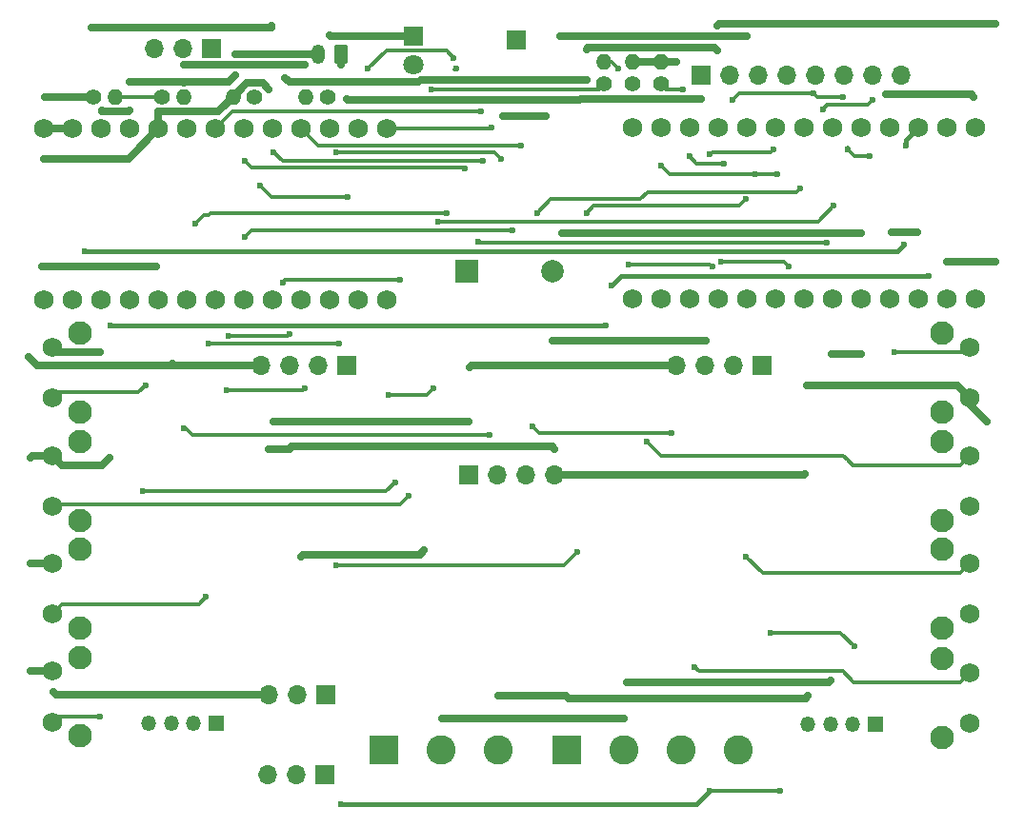
<source format=gbr>
%TF.GenerationSoftware,KiCad,Pcbnew,8.0.6-8.0.6-0~ubuntu24.04.1*%
%TF.CreationDate,2025-07-02T20:36:47-04:00*%
%TF.ProjectId,meshbot_kicad_v1,6d657368-626f-4745-9f6b-696361645f76,rev?*%
%TF.SameCoordinates,Original*%
%TF.FileFunction,Copper,L2,Bot*%
%TF.FilePolarity,Positive*%
%FSLAX46Y46*%
G04 Gerber Fmt 4.6, Leading zero omitted, Abs format (unit mm)*
G04 Created by KiCad (PCBNEW 8.0.6-8.0.6-0~ubuntu24.04.1) date 2025-07-02 20:36:47*
%MOMM*%
%LPD*%
G01*
G04 APERTURE LIST*
G04 Aperture macros list*
%AMRoundRect*
0 Rectangle with rounded corners*
0 $1 Rounding radius*
0 $2 $3 $4 $5 $6 $7 $8 $9 X,Y pos of 4 corners*
0 Add a 4 corners polygon primitive as box body*
4,1,4,$2,$3,$4,$5,$6,$7,$8,$9,$2,$3,0*
0 Add four circle primitives for the rounded corners*
1,1,$1+$1,$2,$3*
1,1,$1+$1,$4,$5*
1,1,$1+$1,$6,$7*
1,1,$1+$1,$8,$9*
0 Add four rect primitives between the rounded corners*
20,1,$1+$1,$2,$3,$4,$5,0*
20,1,$1+$1,$4,$5,$6,$7,0*
20,1,$1+$1,$6,$7,$8,$9,0*
20,1,$1+$1,$8,$9,$2,$3,0*%
G04 Aperture macros list end*
%TA.AperFunction,ComponentPad*%
%ADD10R,1.800000X1.800000*%
%TD*%
%TA.AperFunction,ComponentPad*%
%ADD11C,1.800000*%
%TD*%
%TA.AperFunction,ComponentPad*%
%ADD12R,1.700000X1.700000*%
%TD*%
%TA.AperFunction,ComponentPad*%
%ADD13O,1.700000X1.700000*%
%TD*%
%TA.AperFunction,ComponentPad*%
%ADD14C,1.750000*%
%TD*%
%TA.AperFunction,ComponentPad*%
%ADD15C,2.100000*%
%TD*%
%TA.AperFunction,ComponentPad*%
%ADD16C,1.400000*%
%TD*%
%TA.AperFunction,ComponentPad*%
%ADD17O,1.400000X1.400000*%
%TD*%
%TA.AperFunction,ComponentPad*%
%ADD18RoundRect,0.250000X0.350000X0.625000X-0.350000X0.625000X-0.350000X-0.625000X0.350000X-0.625000X0*%
%TD*%
%TA.AperFunction,ComponentPad*%
%ADD19O,1.200000X1.750000*%
%TD*%
%TA.AperFunction,ComponentPad*%
%ADD20C,1.752600*%
%TD*%
%TA.AperFunction,ComponentPad*%
%ADD21O,1.350000X1.350000*%
%TD*%
%TA.AperFunction,ComponentPad*%
%ADD22R,1.350000X1.350000*%
%TD*%
%TA.AperFunction,ComponentPad*%
%ADD23R,2.600000X2.600000*%
%TD*%
%TA.AperFunction,ComponentPad*%
%ADD24C,2.600000*%
%TD*%
%TA.AperFunction,ComponentPad*%
%ADD25R,2.000000X2.000000*%
%TD*%
%TA.AperFunction,ComponentPad*%
%ADD26C,2.000000*%
%TD*%
%TA.AperFunction,ViaPad*%
%ADD27C,0.600000*%
%TD*%
%TA.AperFunction,Conductor*%
%ADD28C,0.300000*%
%TD*%
%TA.AperFunction,Conductor*%
%ADD29C,0.700000*%
%TD*%
%TA.AperFunction,Conductor*%
%ADD30C,0.400000*%
%TD*%
G04 APERTURE END LIST*
D10*
%TO.P,D2,1,K*%
%TO.N,GND*%
X136400000Y-41260000D03*
D11*
%TO.P,D2,2,A*%
%TO.N,Net-(D2-A)*%
X136400000Y-43800000D03*
%TD*%
D12*
%TO.P,J2,1,Pin_1*%
%TO.N,3V3*%
X141380000Y-80300000D03*
D13*
%TO.P,J2,2,Pin_2*%
%TO.N,GPS_RX*%
X143920000Y-80300000D03*
%TO.P,J2,3,Pin_3*%
%TO.N,GPS_TX*%
X146460000Y-80300000D03*
%TO.P,J2,4,Pin_4*%
%TO.N,GND*%
X149000000Y-80300000D03*
%TD*%
D14*
%TO.P,SW8,2,2*%
%TO.N,GND*%
X104300000Y-97800000D03*
%TO.P,SW8,1,1*%
%TO.N,MESH_BUTTON_C*%
X104300000Y-102300000D03*
D15*
%TO.P,SW8,*%
%TO.N,*%
X106790000Y-96540000D03*
X106790000Y-103550000D03*
%TD*%
D16*
%TO.P,R7,1*%
%TO.N,Net-(D2-A)*%
X153400000Y-45500000D03*
D17*
%TO.P,R7,2*%
%TO.N,LED_A*%
X153400000Y-43600000D03*
%TD*%
D18*
%TO.P,J1,1,Pin_1*%
%TO.N,V_EXT*%
X130000000Y-42900000D03*
D19*
%TO.P,J1,2,Pin_2*%
%TO.N,GND*%
X128000000Y-42900000D03*
%TD*%
D20*
%TO.P,U2,1,TX0/P0.06*%
%TO.N,MESH_TX*%
X106140000Y-64780000D03*
%TO.P,U2,2,RX1/P0.08*%
%TO.N,MESH_RX*%
X108680000Y-64780000D03*
%TO.P,U2,3,GND*%
%TO.N,GND*%
X111220000Y-64780000D03*
%TO.P,U2,4,GND*%
X113760000Y-64780000D03*
%TO.P,U2,5,P0.17*%
%TO.N,RF_SW*%
X116300000Y-64780000D03*
%TO.P,U2,6,P0.20*%
%TO.N,GPS_RX*%
X118840000Y-64780000D03*
%TO.P,U2,7,P0.22*%
%TO.N,GPS_TX*%
X121380000Y-64780000D03*
%TO.P,U2,8,P0.24*%
%TO.N,MESH_BUTTON_A*%
X123920000Y-64780000D03*
%TO.P,U2,9,P1.00*%
%TO.N,MESH_BUTTON_B*%
X126460000Y-64780000D03*
%TO.P,U2,10,P0.11*%
%TO.N,SCL_MESH*%
X129000000Y-64780000D03*
%TO.P,U2,11,P1.04*%
%TO.N,SDA_MESH*%
X131540000Y-64780000D03*
%TO.P,U2,12,P1.06*%
%TO.N,MESH_BUTTON_C*%
X134080000Y-64780000D03*
%TO.P,U2,13,NFC1/P0.09*%
%TO.N,LORA_RST*%
X134080000Y-49540000D03*
%TO.P,U2,14,NFC2/P0.10*%
%TO.N,DIO1*%
X131540000Y-49540000D03*
%TO.P,U2,15,P1.11*%
%TO.N,SCK*%
X129000000Y-49540000D03*
%TO.P,U2,16,P1.13*%
%TO.N,CS*%
X126460000Y-49540000D03*
%TO.P,U2,17,P1.15*%
%TO.N,MOSI*%
X123920000Y-49540000D03*
%TO.P,U2,18,AIN0/P0.02*%
%TO.N,MISO*%
X121380000Y-49540000D03*
%TO.P,U2,19,AIN5/P0.29*%
%TO.N,BUSY*%
X118840000Y-49540000D03*
%TO.P,U2,20,AIN7/P0.31*%
%TO.N,MESH_BATT_MEASURE*%
X116300000Y-49540000D03*
%TO.P,U2,21,VCC*%
%TO.N,3V3*%
X113760000Y-49540000D03*
%TO.P,U2,22,RST*%
%TO.N,MESH_RST*%
X111220000Y-49540000D03*
%TO.P,U2,23,GND*%
%TO.N,GND*%
X108680000Y-49540000D03*
%TO.P,U2,24,BAT*%
%TO.N,BAT*%
X106140000Y-49540000D03*
%TO.P,U2,25,BAT*%
X103600000Y-49540000D03*
%TO.P,U2,26,GND*%
%TO.N,GND*%
X103600000Y-64780000D03*
%TD*%
D21*
%TO.P,U5,1,GND*%
%TO.N,GND*%
X171500000Y-102500000D03*
%TO.P,U5,2,VCC*%
%TO.N,3V3*%
X173500000Y-102500000D03*
%TO.P,U5,3,SDA*%
%TO.N,SDA*%
X175500000Y-102500000D03*
D22*
%TO.P,U5,4,SCL*%
%TO.N,SCL*%
X177500000Y-102500000D03*
%TD*%
D20*
%TO.P,U3,26,GND*%
%TO.N,GND*%
X186380000Y-49460000D03*
%TO.P,U3,25,BAT*%
%TO.N,BAT*%
X186380000Y-64700000D03*
%TO.P,U3,24,BAT*%
X183840000Y-64700000D03*
%TO.P,U3,23,GND*%
%TO.N,GND*%
X181300000Y-64700000D03*
%TO.P,U3,22,RST*%
%TO.N,MICRO_RST*%
X178760000Y-64700000D03*
%TO.P,U3,21,VCC*%
%TO.N,3V3*%
X176220000Y-64700000D03*
%TO.P,U3,20,AIN7/P0.31*%
%TO.N,BUZZER*%
X173680000Y-64700000D03*
%TO.P,U3,19,AIN5/P0.29*%
%TO.N,P0.29*%
X171140000Y-64700000D03*
%TO.P,U3,18,AIN0/P0.02*%
%TO.N,P0.02*%
X168600000Y-64700000D03*
%TO.P,U3,17,P1.15*%
%TO.N,BUTTON_B*%
X166060000Y-64700000D03*
%TO.P,U3,16,P1.13*%
%TO.N,LED_A*%
X163520000Y-64700000D03*
%TO.P,U3,15,P1.11*%
%TO.N,BUTTON_C*%
X160980000Y-64700000D03*
%TO.P,U3,14,NFC2/P0.10*%
%TO.N,P0.10*%
X158440000Y-64700000D03*
%TO.P,U3,13,NFC1/P0.09*%
%TO.N,P0.09*%
X155900000Y-64700000D03*
%TO.P,U3,12,P1.06*%
%TO.N,BUTTON_A*%
X155900000Y-49460000D03*
%TO.P,U3,11,P1.04*%
%TO.N,SDA*%
X158440000Y-49460000D03*
%TO.P,U3,10,P0.11*%
%TO.N,SCL*%
X160980000Y-49460000D03*
%TO.P,U3,9,P1.00*%
%TO.N,SERVO_B*%
X163520000Y-49460000D03*
%TO.P,U3,8,P0.24*%
%TO.N,SERVO_A*%
X166060000Y-49460000D03*
%TO.P,U3,7,P0.22*%
%TO.N,UART_TX*%
X168600000Y-49460000D03*
%TO.P,U3,6,P0.20*%
%TO.N,UART_RX*%
X171140000Y-49460000D03*
%TO.P,U3,5,P0.17*%
%TO.N,1WIRE*%
X173680000Y-49460000D03*
%TO.P,U3,4,GND*%
%TO.N,GND*%
X176220000Y-49460000D03*
%TO.P,U3,3,GND*%
X178760000Y-49460000D03*
%TO.P,U3,2,RX1/P0.08*%
%TO.N,MESH_TX*%
X181300000Y-49460000D03*
%TO.P,U3,1,TX0/P0.06*%
%TO.N,MESH_RX*%
X183840000Y-49460000D03*
%TD*%
D23*
%TO.P,J6,1,Pin_1*%
%TO.N,GND*%
X150100000Y-104800000D03*
D24*
%TO.P,J6,2,Pin_2*%
%TO.N,3V3*%
X155180000Y-104800000D03*
%TO.P,J6,3,Pin_3*%
%TO.N,UART_RX*%
X160260000Y-104800000D03*
%TO.P,J6,4,Pin_4*%
%TO.N,UART_TX*%
X165340000Y-104800000D03*
%TD*%
D14*
%TO.P,SW1,2,2*%
%TO.N,GND*%
X104300000Y-69000000D03*
%TO.P,SW1,1,1*%
%TO.N,MESH_RST*%
X104300000Y-73500000D03*
D15*
%TO.P,SW1,*%
%TO.N,*%
X106790000Y-67740000D03*
X106790000Y-74750000D03*
%TD*%
D17*
%TO.P,R1,2*%
%TO.N,GND*%
X115995000Y-46700000D03*
D16*
%TO.P,R1,1*%
%TO.N,MESH_BATT_MEASURE*%
X114095000Y-46700000D03*
%TD*%
D12*
%TO.P,J11,1,Pin_1*%
%TO.N,SERVO_A*%
X128680000Y-99900000D03*
D13*
%TO.P,J11,2,Pin_2*%
%TO.N,BAT*%
X126140000Y-99900000D03*
%TO.P,J11,3,Pin_3*%
%TO.N,GND*%
X123600000Y-99900000D03*
%TD*%
D25*
%TO.P,J9,1,Pin_1*%
%TO.N,BUZZER*%
X141200000Y-62200000D03*
D26*
%TO.P,J9,2,Pin_2*%
%TO.N,GND*%
X148800000Y-62200000D03*
%TD*%
D14*
%TO.P,SW7,2,2*%
%TO.N,GND*%
X104300000Y-88200000D03*
%TO.P,SW7,1,1*%
%TO.N,MESH_BUTTON_B*%
X104300000Y-92700000D03*
D15*
%TO.P,SW7,*%
%TO.N,*%
X106790000Y-86940000D03*
X106790000Y-93950000D03*
%TD*%
D17*
%TO.P,R6,2*%
%TO.N,3V3*%
X155900000Y-43600000D03*
D16*
%TO.P,R6,1*%
%TO.N,SDA*%
X155900000Y-45500000D03*
%TD*%
D14*
%TO.P,SW6,2,2*%
%TO.N,GND*%
X185900000Y-102400000D03*
%TO.P,SW6,1,1*%
%TO.N,BUTTON_C*%
X185900000Y-97900000D03*
D15*
%TO.P,SW6,*%
%TO.N,*%
X183410000Y-103660000D03*
X183410000Y-96650000D03*
%TD*%
D14*
%TO.P,SW5,2,2*%
%TO.N,GND*%
X185900000Y-92700000D03*
%TO.P,SW5,1,1*%
%TO.N,BUTTON_B*%
X185900000Y-88200000D03*
D15*
%TO.P,SW5,*%
%TO.N,*%
X183410000Y-93960000D03*
X183410000Y-86950000D03*
%TD*%
D17*
%TO.P,R5,2*%
%TO.N,3V3*%
X158400000Y-43600000D03*
D16*
%TO.P,R5,1*%
%TO.N,SCL*%
X158400000Y-45500000D03*
%TD*%
D14*
%TO.P,SW3,2,2*%
%TO.N,GND*%
X185900000Y-73500000D03*
%TO.P,SW3,1,1*%
%TO.N,MICRO_RST*%
X185900000Y-69000000D03*
D15*
%TO.P,SW3,*%
%TO.N,*%
X183410000Y-74760000D03*
X183410000Y-67750000D03*
%TD*%
D13*
%TO.P,J3,1,Pin_1*%
%TO.N,3V3*%
X122900000Y-70600000D03*
%TO.P,J3,2,Pin_2*%
%TO.N,GND*%
X125440000Y-70600000D03*
%TO.P,J3,3,Pin_3*%
%TO.N,SCL_MESH*%
X127980000Y-70600000D03*
D12*
%TO.P,J3,4,Pin_4*%
%TO.N,SDA_MESH*%
X130520000Y-70600000D03*
%TD*%
D17*
%TO.P,R3,2*%
%TO.N,3V3*%
X126900000Y-46700000D03*
D16*
%TO.P,R3,1*%
%TO.N,SCL_MESH*%
X128800000Y-46700000D03*
%TD*%
D17*
%TO.P,R2,2*%
%TO.N,MESH_BATT_MEASURE*%
X109895000Y-46700000D03*
D16*
%TO.P,R2,1*%
%TO.N,BAT*%
X107995000Y-46700000D03*
%TD*%
D21*
%TO.P,U4,1,GND*%
%TO.N,GND*%
X112900000Y-102400000D03*
%TO.P,U4,2,VCC*%
%TO.N,3V3*%
X114900000Y-102400000D03*
%TO.P,U4,3,SDA*%
%TO.N,SDA_MESH*%
X116900000Y-102400000D03*
D22*
%TO.P,U4,4,SCL*%
%TO.N,SCL_MESH*%
X118900000Y-102400000D03*
%TD*%
D14*
%TO.P,SW4,2,2*%
%TO.N,GND*%
X185900000Y-83100000D03*
%TO.P,SW4,1,1*%
%TO.N,BUTTON_A*%
X185900000Y-78600000D03*
D15*
%TO.P,SW4,*%
%TO.N,*%
X183410000Y-84360000D03*
X183410000Y-77350000D03*
%TD*%
D13*
%TO.P,J13,8,Pin_8*%
%TO.N,GND*%
X179805000Y-44775000D03*
%TO.P,J13,7,Pin_7*%
%TO.N,P0.29*%
X177265000Y-44775000D03*
%TO.P,J13,6,Pin_6*%
%TO.N,P0.2*%
X174725000Y-44775000D03*
%TO.P,J13,5,Pin_5*%
%TO.N,SCL*%
X172185000Y-44775000D03*
%TO.P,J13,4,Pin_4*%
%TO.N,SDA*%
X169645000Y-44775000D03*
%TO.P,J13,3,Pin_3*%
%TO.N,3V3*%
X167105000Y-44775000D03*
%TO.P,J13,2,Pin_2*%
%TO.N,BAT*%
X164565000Y-44775000D03*
D12*
%TO.P,J13,1,Pin_1*%
%TO.N,V_EXT*%
X162025000Y-44775000D03*
%TD*%
D13*
%TO.P,J12,3,Pin_3*%
%TO.N,GND*%
X123500000Y-107000000D03*
%TO.P,J12,2,Pin_2*%
%TO.N,BAT*%
X126040000Y-107000000D03*
D12*
%TO.P,J12,1,Pin_1*%
%TO.N,SERVO_B*%
X128580000Y-107000000D03*
%TD*%
D24*
%TO.P,J7,3,Pin_3*%
%TO.N,GND*%
X143960000Y-104800000D03*
%TO.P,J7,2,Pin_2*%
%TO.N,3V3*%
X138880000Y-104800000D03*
D23*
%TO.P,J7,1,Pin_1*%
%TO.N,1WIRE*%
X133800000Y-104800000D03*
%TD*%
D12*
%TO.P,J4,1,Pin_1*%
%TO.N,ANT*%
X145600000Y-41600000D03*
%TD*%
D17*
%TO.P,R4,2*%
%TO.N,3V3*%
X120400000Y-46700000D03*
D16*
%TO.P,R4,1*%
%TO.N,SDA_MESH*%
X122300000Y-46700000D03*
%TD*%
D14*
%TO.P,SW2,2,2*%
%TO.N,GND*%
X104300000Y-78600000D03*
%TO.P,SW2,1,1*%
%TO.N,MESH_BUTTON_A*%
X104300000Y-83100000D03*
D15*
%TO.P,SW2,*%
%TO.N,*%
X106790000Y-77340000D03*
X106790000Y-84350000D03*
%TD*%
D12*
%TO.P,J5,4,Pin_4*%
%TO.N,SDA*%
X167420000Y-70600000D03*
D13*
%TO.P,J5,3,Pin_3*%
%TO.N,SCL*%
X164880000Y-70600000D03*
%TO.P,J5,2,Pin_2*%
%TO.N,GND*%
X162340000Y-70600000D03*
%TO.P,J5,1,Pin_1*%
%TO.N,3V3*%
X159800000Y-70600000D03*
%TD*%
D12*
%TO.P,J8,1,Pin_1*%
%TO.N,BAT*%
X118500000Y-42400000D03*
D13*
%TO.P,J8,2,Pin_2*%
%TO.N,V_EXT*%
X115960000Y-42400000D03*
%TO.P,J8,3,Pin_3*%
%TO.N,unconnected-(J8-Pin_3-Pad3)*%
X113420000Y-42400000D03*
%TD*%
D27*
%TO.N,Net-(D2-A)*%
X138000000Y-46000000D03*
%TO.N,BAT*%
X134800000Y-45400000D03*
%TO.N,GND*%
X129000000Y-41200000D03*
%TO.N,DIO1*%
X140000000Y-43200000D03*
%TO.N,BAT*%
X123800000Y-40400000D03*
X125000000Y-45000000D03*
%TO.N,GND*%
X120600000Y-44800000D03*
%TO.N,3V3*%
X123600000Y-46000000D03*
%TO.N,V_EXT*%
X126800000Y-43800000D03*
X116000000Y-43800000D03*
%TO.N,MICRO_RST*%
X179200000Y-69400000D03*
%TO.N,BUSY*%
X142400000Y-48000000D03*
%TO.N,DIO1*%
X140200000Y-44200000D03*
X132400000Y-44200000D03*
%TO.N,RF_SW*%
X117000000Y-58000000D03*
X139400000Y-57000000D03*
%TO.N,MISO*%
X121400000Y-52400000D03*
X141000000Y-53050000D03*
%TO.N,MOSI*%
X124000000Y-51600000D03*
X142600000Y-52400000D03*
%TO.N,LORA_RST*%
X143400000Y-49400000D03*
%TO.N,SCK*%
X144200000Y-52200000D03*
X129600000Y-51650000D03*
%TO.N,CS*%
X146000000Y-51000000D03*
%TO.N,MESH_RST*%
X112600000Y-72400000D03*
%TO.N,3V3*%
X103600000Y-52200000D03*
X102200000Y-69800000D03*
%TO.N,GND*%
X108600000Y-69400000D03*
X109400000Y-78800000D03*
%TO.N,3V3*%
X124000000Y-75600000D03*
X141380000Y-75600000D03*
%TO.N,GPS_RX*%
X116000000Y-76200000D03*
X143200000Y-76800000D03*
%TO.N,SDA_MESH*%
X122800000Y-54600000D03*
X130600000Y-55600000D03*
%TO.N,GPS_TX*%
X121400000Y-59200000D03*
X145200000Y-58600000D03*
%TO.N,MESH_BUTTON_A*%
X124800000Y-63200000D03*
X136000000Y-82200000D03*
X135200000Y-63000000D03*
%TO.N,MESH_BUTTON_B*%
X118000000Y-91200000D03*
X120000000Y-67950000D03*
X125400000Y-67800000D03*
%TO.N,SCL_MESH*%
X119800000Y-72800000D03*
X126800000Y-72600000D03*
%TO.N,SDA_MESH*%
X129800000Y-68600000D03*
X118200000Y-68600000D03*
%TO.N,MESH_BUTTON_C*%
X134800000Y-81000000D03*
X112400000Y-81800000D03*
X108600000Y-101800000D03*
%TO.N,SDA*%
X175600000Y-95600000D03*
X168200000Y-94400000D03*
%TO.N,SCL*%
X160400000Y-46000000D03*
X164800000Y-47000000D03*
%TO.N,BUZZER*%
X142200000Y-59600000D03*
X173200000Y-59650000D03*
%TO.N,LED_A*%
X155600000Y-61600000D03*
X154600000Y-44200000D03*
X163000000Y-61800000D03*
%TO.N,BUTTON_A*%
X157200000Y-77400000D03*
%TO.N,SDA*%
X168800000Y-53600000D03*
%TO.N,SCL*%
X174600000Y-46750000D03*
X172000000Y-46400000D03*
X175000000Y-51400000D03*
X177000000Y-52000000D03*
%TO.N,SERVO_B*%
X163800000Y-61400000D03*
X169800000Y-61800000D03*
X169000000Y-108400000D03*
%TO.N,UART_TX*%
X162800000Y-51800000D03*
X168400000Y-51400000D03*
%TO.N,BUTTON_C*%
X161400000Y-97400000D03*
%TO.N,BUTTON_B*%
X166000000Y-87600000D03*
%TO.N,P0.29*%
X177200000Y-47000000D03*
X172800000Y-47800000D03*
%TO.N,SCL*%
X161000000Y-52000000D03*
X164000000Y-52600000D03*
%TO.N,SDA*%
X166800000Y-53600000D03*
X158400000Y-52800000D03*
%TO.N,UART_RX*%
X159400000Y-76600000D03*
X147000000Y-76000000D03*
X170800000Y-54800000D03*
X147400000Y-57000000D03*
%TO.N,SERVO_A*%
X129600000Y-88400000D03*
X166000000Y-55800000D03*
X151800000Y-57000000D03*
X151000000Y-87200000D03*
%TO.N,1WIRE*%
X173800000Y-56400000D03*
X134200000Y-73200000D03*
X138600000Y-57800000D03*
X138200000Y-72600000D03*
%TO.N,GND*%
X144000000Y-100000000D03*
%TO.N,3V3*%
X139000000Y-102000000D03*
X155180000Y-102000000D03*
%TO.N,GND*%
X150200000Y-100200000D03*
X171500000Y-100000000D03*
%TO.N,3V3*%
X155400000Y-98800000D03*
X173500000Y-98600000D03*
X176200000Y-69600000D03*
X173600000Y-69600000D03*
%TO.N,GND*%
X180600000Y-72400000D03*
X171400000Y-72400000D03*
X187400000Y-75600000D03*
X162400000Y-80200000D03*
X171200000Y-80200000D03*
%TO.N,SERVO_B*%
X162800000Y-108400000D03*
X130000000Y-109600000D03*
%TO.N,BAT*%
X137400000Y-87000000D03*
X126400000Y-87600000D03*
%TO.N,GND*%
X148800000Y-68400000D03*
X162400000Y-68400000D03*
%TO.N,3V3*%
X152400000Y-58800000D03*
X152400000Y-70600000D03*
X141400000Y-70800000D03*
%TO.N,GND*%
X149000000Y-78000000D03*
X125600000Y-77800000D03*
X123600000Y-78000000D03*
%TO.N,3V3*%
X115000000Y-70400000D03*
%TO.N,GND*%
X112800000Y-99900000D03*
X104400000Y-99600000D03*
X102400000Y-97800000D03*
X102400000Y-88200000D03*
X102400000Y-78800000D03*
X148200000Y-48400000D03*
X144400000Y-48400000D03*
%TO.N,3V3*%
X159800000Y-43600000D03*
X159800000Y-41300000D03*
%TO.N,GND*%
X111200000Y-61800000D03*
X113600000Y-61800000D03*
X103400000Y-61800000D03*
X108800000Y-61800000D03*
%TO.N,3V3*%
X149600000Y-58800000D03*
X176200000Y-58800000D03*
%TO.N,BAT*%
X188200000Y-40200000D03*
X188200000Y-61400000D03*
X163400000Y-42600000D03*
X163400000Y-40400000D03*
X186400000Y-61400000D03*
X183800000Y-61400000D03*
%TO.N,GND*%
X181200000Y-58700000D03*
X178900000Y-58700000D03*
X186200000Y-46700000D03*
X178400000Y-46500000D03*
X179800000Y-46500000D03*
%TO.N,3V3*%
X149500000Y-41300000D03*
%TO.N,BAT*%
X151800000Y-45200000D03*
X151800000Y-42500000D03*
%TO.N,3V3*%
X166100000Y-41300000D03*
%TO.N,V_EXT*%
X162000000Y-46900000D03*
X130500000Y-46900000D03*
%TO.N,GND*%
X120600000Y-42900000D03*
X111200000Y-47900000D03*
X116000000Y-45400000D03*
X108700000Y-47900000D03*
X111200000Y-45400000D03*
%TO.N,BAT*%
X103700000Y-46700000D03*
X107800000Y-40500000D03*
X118500000Y-40500000D03*
%TO.N,MESH_TX*%
X180200000Y-51000000D03*
X107200000Y-60400000D03*
X180000000Y-59800000D03*
%TO.N,MESH_RX*%
X154000000Y-63500000D03*
X182200000Y-62600000D03*
X109500000Y-67000000D03*
X153500000Y-67000000D03*
%TD*%
D28*
%TO.N,Net-(D2-A)*%
X138000000Y-46000000D02*
X152900000Y-46000000D01*
X152900000Y-46000000D02*
X153400000Y-45500000D01*
D29*
%TO.N,BAT*%
X136850610Y-45400000D02*
X134800000Y-45400000D01*
X134800000Y-45400000D02*
X125400000Y-45400000D01*
X151800000Y-45200000D02*
X151750000Y-45150000D01*
X151750000Y-45150000D02*
X137100610Y-45150000D01*
X137100610Y-45150000D02*
X136850610Y-45400000D01*
X125400000Y-45400000D02*
X125000000Y-45000000D01*
%TO.N,GND*%
X129000000Y-41200000D02*
X129060000Y-41260000D01*
X129060000Y-41260000D02*
X136400000Y-41260000D01*
D28*
%TO.N,DIO1*%
X140000000Y-43200000D02*
X139350000Y-42550000D01*
X139350000Y-42550000D02*
X134050000Y-42550000D01*
X134050000Y-42550000D02*
X132400000Y-44200000D01*
D29*
%TO.N,BAT*%
X123800000Y-40500000D02*
X123800000Y-40400000D01*
%TO.N,GND*%
X120000000Y-45400000D02*
X120600000Y-44800000D01*
X116000000Y-45400000D02*
X120000000Y-45400000D01*
%TO.N,3V3*%
X123600000Y-46000000D02*
X123050000Y-45450000D01*
X123050000Y-45450000D02*
X121650000Y-45450000D01*
X121650000Y-45450000D02*
X120400000Y-46700000D01*
%TO.N,V_EXT*%
X116000000Y-43800000D02*
X126800000Y-43800000D01*
D28*
%TO.N,MESH_BATT_MEASURE*%
X114095000Y-46700000D02*
X109895000Y-46700000D01*
%TO.N,MICRO_RST*%
X185500000Y-69400000D02*
X185900000Y-69000000D01*
X179200000Y-69400000D02*
X185500000Y-69400000D01*
%TO.N,BUSY*%
X142400000Y-48000000D02*
X120380000Y-48000000D01*
X120380000Y-48000000D02*
X118840000Y-49540000D01*
%TO.N,DIO1*%
X140110000Y-44290000D02*
X140200000Y-44200000D01*
X132400000Y-44200000D02*
X132490000Y-44290000D01*
%TO.N,RF_SW*%
X118200000Y-57200000D02*
X118400000Y-57000000D01*
X118400000Y-57000000D02*
X139400000Y-57000000D01*
X117800000Y-57200000D02*
X118200000Y-57200000D01*
X117000000Y-58000000D02*
X117800000Y-57200000D01*
%TO.N,MISO*%
X140950000Y-53000000D02*
X122000000Y-53000000D01*
X122000000Y-53000000D02*
X121400000Y-52400000D01*
X141000000Y-53050000D02*
X140950000Y-53000000D01*
%TO.N,MOSI*%
X142600000Y-52400000D02*
X124800000Y-52400000D01*
X124800000Y-52400000D02*
X124000000Y-51600000D01*
%TO.N,LORA_RST*%
X143260000Y-49540000D02*
X134080000Y-49540000D01*
X143400000Y-49400000D02*
X143260000Y-49540000D01*
%TO.N,SCK*%
X143650000Y-51650000D02*
X144200000Y-52200000D01*
X129600000Y-51650000D02*
X143650000Y-51650000D01*
%TO.N,CS*%
X146000000Y-51000000D02*
X127920000Y-51000000D01*
X127920000Y-51000000D02*
X126460000Y-49540000D01*
%TO.N,MESH_RST*%
X111400000Y-73000000D02*
X112000000Y-73000000D01*
X104800000Y-73000000D02*
X110800000Y-73000000D01*
X112000000Y-73000000D02*
X112600000Y-72400000D01*
X104300000Y-73500000D02*
X104800000Y-73000000D01*
X110800000Y-73000000D02*
X111400000Y-73000000D01*
D29*
%TO.N,3V3*%
X115200000Y-70600000D02*
X103000000Y-70600000D01*
X103600000Y-52200000D02*
X111100000Y-52200000D01*
X103000000Y-70600000D02*
X102200000Y-69800000D01*
X111100000Y-52200000D02*
X113760000Y-49540000D01*
%TO.N,GND*%
X108600000Y-69400000D02*
X104700000Y-69400000D01*
X104700000Y-69400000D02*
X104300000Y-69000000D01*
X104300000Y-78600000D02*
X105174999Y-79474999D01*
X105174999Y-79474999D02*
X108725001Y-79474999D01*
X108725001Y-79474999D02*
X109400000Y-78800000D01*
X104300000Y-78600000D02*
X102600000Y-78600000D01*
X102600000Y-78600000D02*
X102400000Y-78800000D01*
%TO.N,3V3*%
X124000000Y-75600000D02*
X141380000Y-75600000D01*
D28*
%TO.N,GPS_RX*%
X116200000Y-76200000D02*
X116000000Y-76200000D01*
X116800000Y-76800000D02*
X116200000Y-76200000D01*
X143200000Y-76800000D02*
X121000000Y-76800000D01*
X121000000Y-76800000D02*
X116800000Y-76800000D01*
%TO.N,SDA_MESH*%
X123800000Y-55600000D02*
X122800000Y-54600000D01*
X130600000Y-55600000D02*
X123800000Y-55600000D01*
%TO.N,GPS_TX*%
X145200000Y-58600000D02*
X122000000Y-58600000D01*
X122000000Y-58600000D02*
X121400000Y-59200000D01*
%TO.N,MESH_BUTTON_A*%
X135200000Y-63000000D02*
X125000000Y-63000000D01*
X125000000Y-63000000D02*
X124800000Y-63200000D01*
X135250000Y-82950000D02*
X136000000Y-82200000D01*
X104450000Y-82950000D02*
X135250000Y-82950000D01*
X104300000Y-83100000D02*
X104450000Y-82950000D01*
%TO.N,MESH_BUTTON_B*%
X105200000Y-91800000D02*
X112600000Y-91800000D01*
X104300000Y-92700000D02*
X105200000Y-91800000D01*
X112600000Y-91800000D02*
X117400000Y-91800000D01*
X117400000Y-91800000D02*
X118000000Y-91200000D01*
X120000000Y-67950000D02*
X125250000Y-67950000D01*
X125250000Y-67950000D02*
X125400000Y-67800000D01*
%TO.N,SCL_MESH*%
X119800000Y-72800000D02*
X126600000Y-72800000D01*
X126600000Y-72800000D02*
X126800000Y-72600000D01*
%TO.N,SDA_MESH*%
X129800000Y-68600000D02*
X118200000Y-68600000D01*
%TO.N,MESH_BUTTON_C*%
X104300000Y-102300000D02*
X104800000Y-101800000D01*
X112400000Y-81800000D02*
X134000000Y-81800000D01*
X104800000Y-101800000D02*
X108600000Y-101800000D01*
X134000000Y-81800000D02*
X134800000Y-81000000D01*
%TO.N,SDA*%
X168200000Y-94400000D02*
X174400000Y-94400000D01*
X174400000Y-94400000D02*
X175600000Y-95600000D01*
%TO.N,SCL*%
X160400000Y-46000000D02*
X158900000Y-46000000D01*
X158900000Y-46000000D02*
X158400000Y-45500000D01*
X165400000Y-46400000D02*
X164800000Y-47000000D01*
X172000000Y-46400000D02*
X165400000Y-46400000D01*
%TO.N,BUZZER*%
X142250000Y-59650000D02*
X142200000Y-59600000D01*
X173200000Y-59650000D02*
X142250000Y-59650000D01*
%TO.N,LED_A*%
X154000000Y-43600000D02*
X154600000Y-44200000D01*
X155600000Y-61600000D02*
X162800000Y-61600000D01*
X153400000Y-43600000D02*
X154000000Y-43600000D01*
X162800000Y-61600000D02*
X163000000Y-61800000D01*
%TO.N,BUTTON_A*%
X158400000Y-78600000D02*
X157200000Y-77400000D01*
X175474999Y-79474999D02*
X175000000Y-79000000D01*
X185025001Y-79474999D02*
X175474999Y-79474999D01*
X185900000Y-78600000D02*
X185025001Y-79474999D01*
X175000000Y-79000000D02*
X174600000Y-78600000D01*
X174600000Y-78600000D02*
X158400000Y-78600000D01*
%TO.N,SDA*%
X168800000Y-53600000D02*
X166800000Y-53600000D01*
%TO.N,SCL*%
X175000000Y-51400000D02*
X175000000Y-51200000D01*
X172350000Y-46750000D02*
X172000000Y-46400000D01*
X174600000Y-46750000D02*
X172350000Y-46750000D01*
X175600000Y-52000000D02*
X175000000Y-51400000D01*
X177000000Y-52000000D02*
X175600000Y-52000000D01*
%TO.N,SERVO_B*%
X163800000Y-61400000D02*
X169400000Y-61400000D01*
X169400000Y-61400000D02*
X169800000Y-61800000D01*
X169000000Y-108400000D02*
X162800000Y-108400000D01*
%TO.N,UART_TX*%
X168200000Y-51600000D02*
X168400000Y-51400000D01*
X162800000Y-51800000D02*
X163000000Y-51600000D01*
X163000000Y-51600000D02*
X168200000Y-51600000D01*
%TO.N,BUTTON_C*%
X161800000Y-97800000D02*
X161400000Y-97400000D01*
X167800000Y-97800000D02*
X161800000Y-97800000D01*
X174600000Y-97800000D02*
X167800000Y-97800000D01*
X185900000Y-97900000D02*
X185025001Y-98774999D01*
X185025001Y-98774999D02*
X175574999Y-98774999D01*
X175574999Y-98774999D02*
X174600000Y-97800000D01*
%TO.N,BUTTON_B*%
X185025001Y-89074999D02*
X167474999Y-89074999D01*
X167474999Y-89074999D02*
X166000000Y-87600000D01*
X185900000Y-88200000D02*
X185025001Y-89074999D01*
%TO.N,P0.29*%
X176400000Y-47400000D02*
X176800000Y-47400000D01*
X176800000Y-47400000D02*
X177200000Y-47000000D01*
X172800000Y-47800000D02*
X173200000Y-47400000D01*
X173200000Y-47400000D02*
X176400000Y-47400000D01*
%TO.N,SCL*%
X164000000Y-52600000D02*
X161600000Y-52600000D01*
X161600000Y-52600000D02*
X161000000Y-52000000D01*
%TO.N,SDA*%
X159200000Y-53600000D02*
X158400000Y-52800000D01*
X166800000Y-53600000D02*
X159200000Y-53600000D01*
%TO.N,UART_RX*%
X148600000Y-55800000D02*
X156600000Y-55800000D01*
X156600000Y-55800000D02*
X157250000Y-55150000D01*
X157250000Y-55150000D02*
X170450000Y-55150000D01*
X170450000Y-55150000D02*
X170800000Y-54800000D01*
X147600000Y-76600000D02*
X147000000Y-76000000D01*
X147400000Y-57000000D02*
X148600000Y-55800000D01*
X159400000Y-76600000D02*
X147600000Y-76600000D01*
%TO.N,SERVO_A*%
X151800000Y-57000000D02*
X152400000Y-56400000D01*
X152400000Y-56400000D02*
X164000000Y-56400000D01*
X129600000Y-88400000D02*
X149800000Y-88400000D01*
X165400000Y-56400000D02*
X166000000Y-55800000D01*
X164000000Y-56400000D02*
X165400000Y-56400000D01*
X149800000Y-88400000D02*
X151000000Y-87200000D01*
%TO.N,1WIRE*%
X134200000Y-73200000D02*
X137600000Y-73200000D01*
X138600000Y-57800000D02*
X172400000Y-57800000D01*
X137600000Y-73200000D02*
X138200000Y-72600000D01*
X172400000Y-57800000D02*
X173800000Y-56400000D01*
D29*
%TO.N,GND*%
X150000000Y-100000000D02*
X150200000Y-100200000D01*
X144000000Y-100000000D02*
X150000000Y-100000000D01*
%TO.N,3V3*%
X139000000Y-102000000D02*
X155180000Y-102000000D01*
%TO.N,GND*%
X150200000Y-100200000D02*
X171300000Y-100200000D01*
X171300000Y-100200000D02*
X171500000Y-100000000D01*
%TO.N,3V3*%
X173300000Y-98800000D02*
X173500000Y-98600000D01*
X155400000Y-98800000D02*
X173300000Y-98800000D01*
X173600000Y-69600000D02*
X176200000Y-69600000D01*
%TO.N,GND*%
X184800000Y-72400000D02*
X180600000Y-72400000D01*
X180600000Y-72400000D02*
X171400000Y-72400000D01*
X185900000Y-73500000D02*
X184800000Y-72400000D01*
X185900000Y-74100000D02*
X187400000Y-75600000D01*
X185900000Y-73500000D02*
X185900000Y-74100000D01*
X171200000Y-80200000D02*
X171100000Y-80300000D01*
X171100000Y-80300000D02*
X149000000Y-80300000D01*
D30*
%TO.N,SERVO_B*%
X161600000Y-109600000D02*
X162800000Y-108400000D01*
X130000000Y-109600000D02*
X161600000Y-109600000D01*
D29*
%TO.N,BAT*%
X126600000Y-87400000D02*
X137000000Y-87400000D01*
X137000000Y-87400000D02*
X137400000Y-87000000D01*
X126400000Y-87600000D02*
X126600000Y-87400000D01*
%TO.N,GND*%
X144000000Y-104760000D02*
X143960000Y-104800000D01*
X150400000Y-104500000D02*
X150100000Y-104800000D01*
%TO.N,3V3*%
X155000000Y-104620000D02*
X155180000Y-104800000D01*
%TO.N,GND*%
X186000000Y-83000000D02*
X185900000Y-83100000D01*
X162400000Y-68400000D02*
X148800000Y-68400000D01*
%TO.N,3V3*%
X141600000Y-70600000D02*
X152400000Y-70600000D01*
X159800000Y-70600000D02*
X152400000Y-70600000D01*
X141400000Y-70800000D02*
X141600000Y-70600000D01*
%TO.N,GND*%
X125600000Y-77800000D02*
X148800000Y-77800000D01*
X148800000Y-77800000D02*
X149000000Y-78000000D01*
X125400000Y-78000000D02*
X125600000Y-77800000D01*
X123600000Y-78000000D02*
X125400000Y-78000000D01*
%TO.N,3V3*%
X115000000Y-70400000D02*
X115200000Y-70600000D01*
X115200000Y-70600000D02*
X122900000Y-70600000D01*
%TO.N,GND*%
X123600000Y-99900000D02*
X112800000Y-99900000D01*
X112800000Y-99900000D02*
X104700000Y-99900000D01*
X104700000Y-99900000D02*
X104400000Y-99600000D01*
X102400000Y-97800000D02*
X104300000Y-97800000D01*
X102400000Y-88200000D02*
X104300000Y-88200000D01*
X104100000Y-78800000D02*
X104300000Y-78600000D01*
X144400000Y-48400000D02*
X148200000Y-48400000D01*
%TO.N,3V3*%
X158400000Y-43600000D02*
X159800000Y-43600000D01*
X166100000Y-41300000D02*
X159800000Y-41300000D01*
X159800000Y-41300000D02*
X149500000Y-41300000D01*
X155900000Y-43600000D02*
X158400000Y-43600000D01*
%TO.N,GND*%
X108800000Y-61800000D02*
X113600000Y-61800000D01*
X108800000Y-61800000D02*
X103400000Y-61800000D01*
%TO.N,3V3*%
X176200000Y-58800000D02*
X149600000Y-58800000D01*
%TO.N,BAT*%
X163600000Y-40200000D02*
X163400000Y-40400000D01*
X186400000Y-61400000D02*
X188200000Y-61400000D01*
X163400000Y-42600000D02*
X163150000Y-42350000D01*
X188200000Y-40200000D02*
X163600000Y-40200000D01*
X183800000Y-61400000D02*
X186400000Y-61400000D01*
%TO.N,GND*%
X178900000Y-58700000D02*
X181200000Y-58700000D01*
X186000000Y-46500000D02*
X186200000Y-46700000D01*
X179800000Y-46500000D02*
X186000000Y-46500000D01*
X179800000Y-46500000D02*
X178400000Y-46500000D01*
%TO.N,BAT*%
X163150000Y-42350000D02*
X151950000Y-42350000D01*
X151950000Y-42350000D02*
X151800000Y-42500000D01*
%TO.N,V_EXT*%
X162000000Y-46900000D02*
X151300000Y-46900000D01*
X151300000Y-46900000D02*
X151200000Y-47000000D01*
%TO.N,BAT*%
X123800000Y-40500000D02*
X118500000Y-40500000D01*
%TO.N,V_EXT*%
X130600000Y-47000000D02*
X130500000Y-46900000D01*
X151200000Y-47000000D02*
X130600000Y-47000000D01*
%TO.N,GND*%
X116000000Y-45400000D02*
X116050000Y-45450000D01*
X128000000Y-42900000D02*
X120600000Y-42900000D01*
%TO.N,3V3*%
X120400000Y-46700000D02*
X119100000Y-48000000D01*
X119100000Y-48000000D02*
X113700000Y-48000000D01*
X113700000Y-48000000D02*
X113760000Y-48060000D01*
X113760000Y-48060000D02*
X113760000Y-49540000D01*
%TO.N,GND*%
X111200000Y-47900000D02*
X111150000Y-47950000D01*
X111150000Y-47950000D02*
X108750000Y-47950000D01*
X116000000Y-45400000D02*
X111200000Y-45400000D01*
X108750000Y-47950000D02*
X108700000Y-47900000D01*
%TO.N,V_EXT*%
X130000000Y-42900000D02*
X130000000Y-43800000D01*
X162000000Y-44800000D02*
X162025000Y-44775000D01*
%TO.N,BAT*%
X106140000Y-49540000D02*
X103600000Y-49540000D01*
X107995000Y-46700000D02*
X103700000Y-46700000D01*
X118500000Y-40500000D02*
X107800000Y-40500000D01*
D30*
%TO.N,MESH_TX*%
X180200000Y-50560000D02*
X181300000Y-49460000D01*
X107200000Y-60400000D02*
X179400000Y-60400000D01*
X180200000Y-51000000D02*
X180200000Y-50560000D01*
X179400000Y-60400000D02*
X180000000Y-59800000D01*
%TO.N,MESH_RX*%
X182200000Y-62600000D02*
X154900000Y-62600000D01*
X153500000Y-67000000D02*
X109500000Y-67000000D01*
X154900000Y-62600000D02*
X154000000Y-63500000D01*
%TD*%
M02*

</source>
